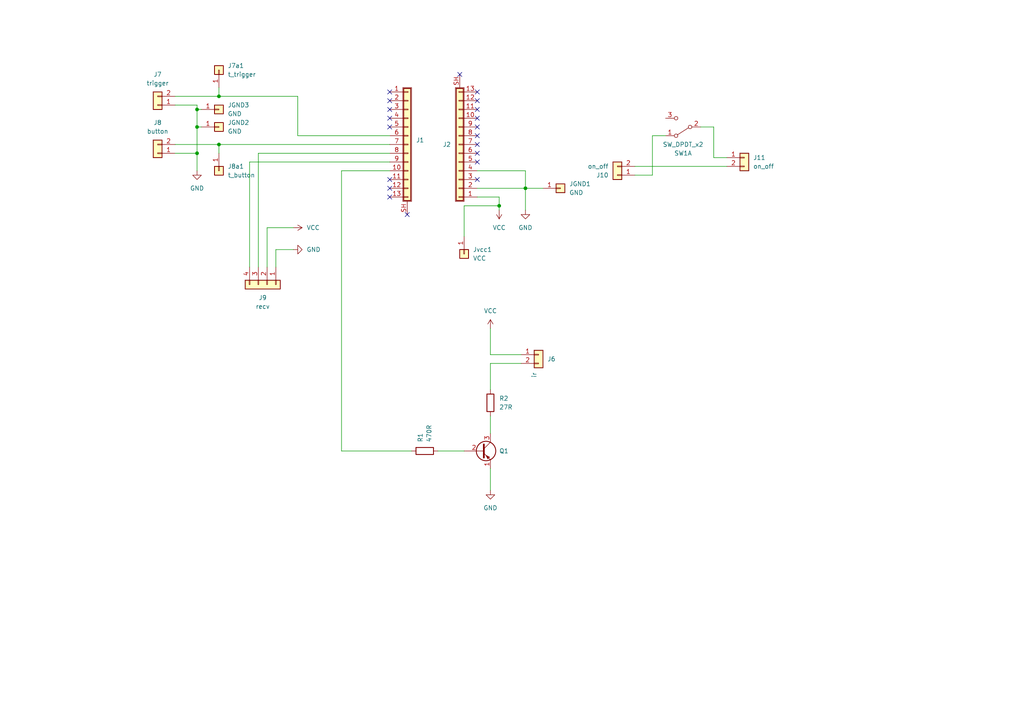
<source format=kicad_sch>
(kicad_sch (version 20211123) (generator eeschema)
  (paper "A4")
  (lib_symbols
    (symbol "Connector_Generic:Conn_01x01" (pin_names (offset 1.016) hide)
      (property "Reference" "J" (at 0 2.54 0))
      (property "Value" "Conn_01x01" (at 0 -2.54 0))
      (symbol "Conn_01x01_1_1"
        (rectangle (start -1.27 0.127) (end 0 -0.127) (stroke (width 0.1524)))
        (rectangle (start -1.27 1.27) (end 1.27 -1.27) (stroke (width 0.254)) (fill (type background)))
        (pin passive line (at -5.08 0 0) (length 3.81) (name "Pin_1") (number "1"))
      )
    )
    (symbol "Connector_Generic:Conn_01x02" (pin_names (offset 1.016) hide)
      (property "Reference" "J" (at 0 2.54 0))
      (property "Value" "Conn_01x02" (at 0 -5.08 0))
      (symbol "Conn_01x02_1_1"
        (rectangle (start -1.27 -2.413) (end 0 -2.667) (stroke (width 0.1524)))
        (rectangle (start -1.27 0.127) (end 0 -0.127) (stroke (width 0.1524)))
        (rectangle (start -1.27 1.27) (end 1.27 -3.81) (stroke (width 0.254)) (fill (type background)))
        (pin passive line (at -5.08 0 0) (length 3.81) (name "Pin_1") (number "1"))
        (pin passive line (at -5.08 -2.54 0) (length 3.81) (name "Pin_2") (number "2"))
      )
    )
    (symbol "Connector_Generic:Conn_01x04" (pin_names (offset 1.016) hide)
      (property "Reference" "J" (at 0 5.08 0))
      (property "Value" "Conn_01x04" (at 0 -7.62 0))
      (symbol "Conn_01x04_1_1"
        (rectangle (start -1.27 -4.953) (end 0 -5.207) (stroke (width 0.1524)))
        (rectangle (start -1.27 -2.413) (end 0 -2.667) (stroke (width 0.1524)))
        (rectangle (start -1.27 0.127) (end 0 -0.127) (stroke (width 0.1524)))
        (rectangle (start -1.27 2.667) (end 0 2.413) (stroke (width 0.1524)))
        (rectangle (start -1.27 3.81) (end 1.27 -6.35) (stroke (width 0.254)) (fill (type background)))
        (pin passive line (at -5.08 2.54 0) (length 3.81) (name "Pin_1") (number "1"))
        (pin passive line (at -5.08 0 0) (length 3.81) (name "Pin_2") (number "2"))
        (pin passive line (at -5.08 -2.54 0) (length 3.81) (name "Pin_3") (number "3"))
        (pin passive line (at -5.08 -5.08 0) (length 3.81) (name "Pin_4") (number "4"))
      )
    )
    (symbol "Connector_Generic_Shielded:Conn_01x13_Shielded" (pin_names (offset 1.016) hide)
      (property "Reference" "J" (at 0.254 17.526 0))
      (property "Value" "Conn_01x13_Shielded" (at 1.016 -17.526 0))
      (symbol "Conn_01x13_Shielded_1_1"
        (rectangle (start -1.27 16.51) (end 1.27 -16.51) (stroke (width 0.1524)))
        (rectangle (start -1.016 -15.113) (end 0.254 -15.367) (stroke (width 0.1524)))
        (rectangle (start -1.016 -12.573) (end 0.254 -12.827) (stroke (width 0.1524)))
        (rectangle (start -1.016 -10.033) (end 0.254 -10.287) (stroke (width 0.1524)))
        (rectangle (start -1.016 -7.493) (end 0.254 -7.747) (stroke (width 0.1524)))
        (rectangle (start -1.016 -4.953) (end 0.254 -5.207) (stroke (width 0.1524)))
        (rectangle (start -1.016 -2.413) (end 0.254 -2.667) (stroke (width 0.1524)))
        (rectangle (start -1.016 0.127) (end 0.254 -0.127) (stroke (width 0.1524)))
        (rectangle (start -1.016 2.667) (end 0.254 2.413) (stroke (width 0.1524)))
        (rectangle (start -1.016 5.207) (end 0.254 4.953) (stroke (width 0.1524)))
        (rectangle (start -1.016 7.747) (end 0.254 7.493) (stroke (width 0.1524)))
        (rectangle (start -1.016 10.287) (end 0.254 10.033) (stroke (width 0.1524)))
        (rectangle (start -1.016 12.827) (end 0.254 12.573) (stroke (width 0.1524)))
        (rectangle (start -1.016 15.367) (end 0.254 15.113) (stroke (width 0.1524)))
        (rectangle (start -1.016 16.256) (end 1.016 -16.256) (stroke (width 0.254)) (fill (type background)))
        (pin passive line (at -5.08 15.24 0) (length 4.064) (name "Pin_1") (number "1"))
        (pin passive line (at -5.08 -7.62 0) (length 4.064) (name "Pin_10") (number "10"))
        (pin passive line (at -5.08 -10.16 0) (length 4.064) (name "Pin_11") (number "11"))
        (pin passive line (at -5.08 -12.7 0) (length 4.064) (name "Pin_12") (number "12"))
        (pin passive line (at -5.08 -15.24 0) (length 4.064) (name "Pin_13") (number "13"))
        (pin passive line (at -5.08 12.7 0) (length 4.064) (name "Pin_2") (number "2"))
        (pin passive line (at -5.08 10.16 0) (length 4.064) (name "Pin_3") (number "3"))
        (pin passive line (at -5.08 7.62 0) (length 4.064) (name "Pin_4") (number "4"))
        (pin passive line (at -5.08 5.08 0) (length 4.064) (name "Pin_5") (number "5"))
        (pin passive line (at -5.08 2.54 0) (length 4.064) (name "Pin_6") (number "6"))
        (pin passive line (at -5.08 0 0) (length 4.064) (name "Pin_7") (number "7"))
        (pin passive line (at -5.08 -2.54 0) (length 4.064) (name "Pin_8") (number "8"))
        (pin passive line (at -5.08 -5.08 0) (length 4.064) (name "Pin_9") (number "9"))
        (pin passive line (at 0 -20.32 90) (length 3.81) (name "Shield") (number "SH"))
      )
    )
    (symbol "Device:R" (pin_numbers hide) (pin_names (offset 0))
      (property "Reference" "R" (at 2.032 0 90))
      (property "Value" "R" (at 0 0 90))
      (symbol "R_0_1"
        (rectangle (start -1.016 -2.54) (end 1.016 2.54) (stroke (width 0.254)))
      )
      (symbol "R_1_1"
        (pin passive line (at 0 3.81 270) (length 1.27) (name "~") (number "1"))
        (pin passive line (at 0 -3.81 90) (length 1.27) (name "~") (number "2"))
      )
    )
    (symbol "Switch:SW_DPDT_x2" (pin_names (offset 0) hide)
      (property "Reference" "SW" (at 0 4.318 0))
      (property "Value" "SW_DPDT_x2" (at 0 -5.08 0))
      (symbol "SW_DPDT_x2_0_0"
        (circle (center -2.032 0) (radius 0.508))
        (circle (center 2.032 -2.54) (radius 0.508))
      )
      (symbol "SW_DPDT_x2_0_1"
        (polyline (pts (xy -1.524 0.254) (xy 1.651 2.286)))
        (circle (center 2.032 2.54) (radius 0.508))
      )
      (symbol "SW_DPDT_x2_1_1"
        (pin passive line (at 5.08 2.54 180) (length 2.54) (name "A") (number "1"))
        (pin passive line (at -5.08 0 0) (length 2.54) (name "B") (number "2"))
        (pin passive line (at 5.08 -2.54 180) (length 2.54) (name "C") (number "3"))
      )
      (symbol "SW_DPDT_x2_2_1"
        (pin passive line (at 5.08 2.54 180) (length 2.54) (name "A") (number "4"))
        (pin passive line (at -5.08 0 0) (length 2.54) (name "B") (number "5"))
        (pin passive line (at 5.08 -2.54 180) (length 2.54) (name "C") (number "6"))
      )
    )
    (symbol "Transistor_BJT:2N3906" (pin_names (offset 0) hide)
      (property "Reference" "Q" (at 5.08 1.905 0))
      (property "Value" "2N3906" (at 5.08 0 0))
      (symbol "2N3906_0_1"
        (polyline (pts (xy 0.635 0.635) (xy 2.54 2.54)))
        (polyline (pts (xy 0.635 -0.635) (xy 2.54 -2.54) (xy 2.54 -2.54)))
        (polyline (pts (xy 0.635 1.905) (xy 0.635 -1.905) (xy 0.635 -1.905)) (stroke (width 0.508)))
        (polyline (pts (xy 2.286 -1.778) (xy 1.778 -2.286) (xy 1.27 -1.27) (xy 2.286 -1.778) (xy 2.286 -1.778)) (fill (type outline)))
        (circle (center 1.27 0) (radius 2.8194) (stroke (width 0.254)))
      )
      (symbol "2N3906_1_1"
        (pin passive line (at 2.54 -5.08 90) (length 2.54) (name "E") (number "1"))
        (pin input line (at -5.08 0 0) (length 5.715) (name "B") (number "2"))
        (pin passive line (at 2.54 5.08 270) (length 2.54) (name "C") (number "3"))
      )
    )
    (symbol "power:GND" (power) (pin_names (offset 0))
      (property "Value" "GND" (at 0 -3.81 0))
      (symbol "GND_0_1"
        (polyline (pts (xy 0 0) (xy 0 -1.27) (xy 1.27 -1.27) (xy 0 -2.54) (xy -1.27 -1.27) (xy 0 -1.27)))
      )
      (symbol "GND_1_1"
        (pin power_in line (at 0 0 270) (length 0) hide (name "GND") (number "1"))
      )
    )
    (symbol "power:VCC" (power) (pin_names (offset 0))
      (property "Value" "VCC" (at 0 3.81 0))
      (symbol "VCC_0_1"
        (polyline (pts (xy -0.762 1.27) (xy 0 2.54)))
        (polyline (pts (xy 0 0) (xy 0 2.54)))
        (polyline (pts (xy 0 2.54) (xy 0.762 1.27)))
      )
      (symbol "VCC_1_1"
        (pin power_in line (at 0 0 90) (length 0) hide (name "VCC") (number "1"))
      )
    )
  )
  (junction (at 63.5 41.91))
  (junction (at 63.5 27.94))
  (junction (at 57.15 31.75))
  (junction (at 57.15 44.45))
  (junction (at 57.15 36.83))
  (junction (at 152.4 54.61))
  (junction (at 144.78 59.69))
  (no_connect (at 138.43 52.07))
  (no_connect (at 138.43 34.29))
  (no_connect (at 113.03 57.15))
  (no_connect (at 133.35 21.59))
  (no_connect (at 113.03 36.83))
  (no_connect (at 138.43 46.99))
  (no_connect (at 113.03 54.61))
  (no_connect (at 113.03 31.75))
  (no_connect (at 138.43 26.67))
  (no_connect (at 113.03 29.21))
  (no_connect (at 113.03 26.67))
  (no_connect (at 113.03 52.07))
  (no_connect (at 138.43 41.91))
  (no_connect (at 138.43 31.75))
  (no_connect (at 138.43 29.21))
  (no_connect (at 138.43 39.37))
  (no_connect (at 138.43 36.83))
  (no_connect (at 118.11 62.23))
  (no_connect (at 113.03 34.29))
  (no_connect (at 138.43 44.45))
  (wire (pts (xy 144.78 59.69) (xy 144.78 60.96)))
  (wire (pts (xy 63.5 41.91) (xy 63.5 44.45)))
  (wire (pts (xy 138.43 57.15) (xy 144.78 57.15)))
  (wire (pts (xy 144.78 57.15) (xy 144.78 59.69)))
  (wire (pts (xy 142.24 135.89) (xy 142.24 142.24)))
  (wire (pts (xy 134.62 59.69) (xy 144.78 59.69)))
  (wire (pts (xy 57.15 30.48) (xy 57.15 31.75)))
  (wire (pts (xy 207.01 36.83) (xy 207.01 45.72)))
  (wire (pts (xy 152.4 54.61) (xy 152.4 60.96)))
  (wire (pts (xy 77.47 66.04) (xy 85.09 66.04)))
  (wire (pts (xy 80.01 77.47) (xy 80.01 72.39)))
  (wire (pts (xy 63.5 27.94) (xy 86.36 27.94)))
  (wire (pts (xy 99.06 49.53) (xy 99.06 130.81)))
  (wire (pts (xy 50.8 41.91) (xy 63.5 41.91)))
  (wire (pts (xy 127 130.81) (xy 134.62 130.81)))
  (wire (pts (xy 50.8 30.48) (xy 57.15 30.48)))
  (wire (pts (xy 119.38 130.81) (xy 99.06 130.81)))
  (wire (pts (xy 63.5 25.4) (xy 63.5 27.94)))
  (wire (pts (xy 152.4 49.53) (xy 152.4 54.61)))
  (wire (pts (xy 134.62 68.58) (xy 134.62 59.69)))
  (wire (pts (xy 50.8 44.45) (xy 57.15 44.45)))
  (wire (pts (xy 142.24 102.87) (xy 142.24 95.25)))
  (wire (pts (xy 184.15 48.26) (xy 210.82 48.26)))
  (wire (pts (xy 152.4 54.61) (xy 157.48 54.61)))
  (wire (pts (xy 189.23 50.8) (xy 189.23 39.37)))
  (wire (pts (xy 142.24 120.65) (xy 142.24 125.73)))
  (wire (pts (xy 57.15 36.83) (xy 58.42 36.83)))
  (wire (pts (xy 63.5 41.91) (xy 113.03 41.91)))
  (wire (pts (xy 72.39 46.99) (xy 72.39 77.47)))
  (wire (pts (xy 184.15 50.8) (xy 189.23 50.8)))
  (wire (pts (xy 80.01 72.39) (xy 85.09 72.39)))
  (wire (pts (xy 86.36 39.37) (xy 86.36 27.94)))
  (wire (pts (xy 50.8 27.94) (xy 63.5 27.94)))
  (wire (pts (xy 142.24 113.03) (xy 142.24 105.41)))
  (wire (pts (xy 86.36 39.37) (xy 113.03 39.37)))
  (wire (pts (xy 99.06 49.53) (xy 113.03 49.53)))
  (wire (pts (xy 77.47 77.47) (xy 77.47 66.04)))
  (wire (pts (xy 142.24 105.41) (xy 151.13 105.41)))
  (wire (pts (xy 203.2 36.83) (xy 207.01 36.83)))
  (wire (pts (xy 57.15 36.83) (xy 57.15 44.45)))
  (wire (pts (xy 113.03 46.99) (xy 72.39 46.99)))
  (wire (pts (xy 57.15 44.45) (xy 57.15 49.53)))
  (wire (pts (xy 189.23 39.37) (xy 193.04 39.37)))
  (wire (pts (xy 113.03 44.45) (xy 74.93 44.45)))
  (wire (pts (xy 57.15 31.75) (xy 58.42 31.75)))
  (wire (pts (xy 138.43 54.61) (xy 152.4 54.61)))
  (wire (pts (xy 57.15 31.75) (xy 57.15 36.83)))
  (wire (pts (xy 74.93 44.45) (xy 74.93 77.47)))
  (wire (pts (xy 151.13 102.87) (xy 142.24 102.87)))
  (wire (pts (xy 138.43 49.53) (xy 152.4 49.53)))
  (wire (pts (xy 207.01 45.72) (xy 210.82 45.72)))
  (symbol (lib_id "power:GND") (at 57.15 49.53 0) (unit 1)
    (property "Reference" "#PWR0107" (effects hide))
    (property "Value" "GND" (at 57.15 54.61 0))
  )
  (symbol (lib_id "Connector_Generic:Conn_01x02") (at 156.21 102.87 0) (unit 1)
    (property "Reference" "J6" (at 158.75 104.1399 0) (effects (justify left)))
    (property "Value" "ir" (at 154.9401 107.95 90) (effects (justify right)))
    (property "Footprint" "TestPoint:TestPoint_Bridge_Pitch2.54mm_Drill1.0mm" (effects hide))
  )
  (symbol (lib_id "Connector_Generic_Shielded:Conn_01x13_Shielded") (at 133.35 41.91 180) (unit 1)
    (property "Reference" "J2" (at 130.81 41.9099 0) (effects (justify left)))
    (property "Value" "Conn_01x13_Shielded" (effects hide))
    (property "Footprint" "Connector_PinSocket_2.54mm:PinSocket_1x13_P2.54mm_Vertical" (effects hide))
  )
  (symbol (lib_id "power:VCC") (at 142.24 95.25 0) (unit 1)
    (property "Reference" "#PWR0102" (effects hide))
    (property "Value" "VCC" (at 142.24 90.17 0))
  )
  (symbol (lib_id "power:GND") (at 142.24 142.24 0) (unit 1)
    (property "Reference" "#PWR0101" (effects hide))
    (property "Value" "GND" (at 142.24 147.32 0))
  )
  (symbol (lib_id "Connector_Generic:Conn_01x01") (at 63.5 20.32 90) (unit 1)
    (property "Reference" "J7a1" (at 66.04 19.0499 90) (effects (justify right)))
    (property "Value" "t_trigger" (at 66.04 21.5899 90) (effects (justify right)))
    (property "Footprint" "TestPoint:TestPoint_Pad_2.5x2.5mm" (effects hide))
  )
  (symbol (lib_id "power:GND") (at 152.4 60.96 0) (unit 1)
    (property "Reference" "#PWR0103" (effects hide))
    (property "Value" "GND" (at 152.4 66.04 0))
  )
  (symbol (lib_id "Connector_Generic:Conn_01x02") (at 45.72 30.48 180) (unit 1)
    (property "Reference" "J7" (at 45.72 21.59 0))
    (property "Value" "trigger" (at 45.72 24.13 0))
    (property "Footprint" "TestPoint:TestPoint_Bridge_Pitch2.54mm_Drill1.0mm" (effects hide))
  )
  (symbol (lib_id "Connector_Generic_Shielded:Conn_01x13_Shielded") (at 118.11 41.91 0) (unit 1)
    (property "Reference" "J1" (at 120.65 40.6399 0) (effects (justify left)))
    (property "Value" "Conn_01x13_Shielded" (effects hide))
    (property "Footprint" "Connector_PinSocket_2.54mm:PinSocket_1x13_P2.54mm_Vertical" (effects hide))
  )
  (symbol (lib_id "Connector_Generic:Conn_01x04") (at 77.47 82.55 270) (unit 1)
    (property "Reference" "J9" (at 76.2 86.36 90))
    (property "Value" "recv" (at 76.2 88.9 90))
    (property "Footprint" "Connector_PinSocket_2.54mm:PinSocket_1x04_P2.54mm_Vertical" (effects hide))
  )
  (symbol (lib_id "power:VCC") (at 85.09 66.04 270) (unit 1)
    (property "Reference" "#PWR0105" (effects hide))
    (property "Value" "VCC" (at 88.9 66.0401 90) (effects (justify left)))
  )
  (symbol (lib_id "power:VCC") (at 144.78 60.96 180) (unit 1)
    (property "Reference" "#PWR0104" (effects hide))
    (property "Value" "VCC" (at 144.78 66.04 0))
  )
  (symbol (lib_id "Switch:SW_DPDT_x2") (at 198.12 36.83 180) (unit 1)
    (property "Reference" "SW1" (at 198.12 44.45 0))
    (property "Value" "SW_DPDT_x2" (at 198.12 41.91 0))
    (property "Footprint" "Connector_PinSocket_2.54mm:PinSocket_1x03_P2.54mm_Vertical" (effects hide))
  )
  (symbol (lib_id "Connector_Generic:Conn_01x01") (at 63.5 31.75 0) (unit 1)
    (property "Reference" "JGND3" (at 66.04 30.4799 0) (effects (justify left)))
    (property "Value" "GND" (at 66.04 33.0199 0) (effects (justify left)))
    (property "Footprint" "TestPoint:TestPoint_Pad_2.5x2.5mm" (effects hide))
  )
  (symbol (lib_id "Connector_Generic:Conn_01x02") (at 179.07 50.8 180) (unit 1)
    (property "Reference" "J10" (at 176.53 50.8001 0) (effects (justify left)))
    (property "Value" "on_off" (at 176.53 48.2601 0) (effects (justify left)))
    (property "Footprint" "TestPoint:TestPoint_Bridge_Pitch2.54mm_Drill1.0mm" (effects hide))
  )
  (symbol (lib_id "Connector_Generic:Conn_01x01") (at 162.56 54.61 0) (unit 1)
    (property "Reference" "JGND1" (at 165.1 53.3399 0) (effects (justify left)))
    (property "Value" "GND" (at 165.1 55.8799 0) (effects (justify left)))
    (property "Footprint" "TestPoint:TestPoint_Pad_2.5x2.5mm" (effects hide))
  )
  (symbol (lib_id "Device:R") (at 142.24 116.84 0) (unit 1)
    (property "Reference" "R2" (at 144.78 115.5699 0) (effects (justify left)))
    (property "Value" "27R" (at 144.78 118.1099 0) (effects (justify left)))
    (property "Footprint" "Resistor_THT:R_Axial_DIN0207_L6.3mm_D2.5mm_P10.16mm_Horizontal" (effects hide))
  )
  (symbol (lib_id "Connector_Generic:Conn_01x02") (at 215.9 45.72 0) (unit 1)
    (property "Reference" "J11" (at 218.44 45.7199 0) (effects (justify left)))
    (property "Value" "on_off" (at 218.44 48.2599 0) (effects (justify left)))
    (property "Footprint" "TestPoint:TestPoint_Bridge_Pitch2.54mm_Drill1.0mm" (effects hide))
  )
  (symbol (lib_id "Connector_Generic:Conn_01x01") (at 134.62 73.66 270) (unit 1)
    (property "Reference" "Jvcc1" (at 137.16 72.3899 90) (effects (justify left)))
    (property "Value" "VCC" (at 137.16 74.9299 90) (effects (justify left)))
    (property "Footprint" "TestPoint:TestPoint_Pad_2.5x2.5mm" (effects hide))
  )
  (symbol (lib_id "power:GND") (at 85.09 72.39 90) (unit 1)
    (property "Reference" "#PWR0106" (effects hide))
    (property "Value" "GND" (at 88.9 72.3899 90) (effects (justify right)))
  )
  (symbol (lib_id "Connector_Generic:Conn_01x02") (at 45.72 44.45 180) (unit 1)
    (property "Reference" "J8" (at 45.72 35.56 0))
    (property "Value" "button" (at 45.72 38.1 0))
    (property "Footprint" "TestPoint:TestPoint_Bridge_Pitch2.54mm_Drill1.0mm" (effects hide))
  )
  (symbol (lib_id "Transistor_BJT:2N3906") (at 139.7 130.81 0) (unit 1)
    (property "Reference" "Q1" (at 144.78 130.8099 0) (effects (justify left)))
    (property "Value" "2N3906" (effects hide))
    (property "Footprint" "Package_TO_SOT_THT:TO-92_Inline" (effects hide))
    (property "Datasheet" "https://www.onsemi.com/pub/Collateral/2N3906-D.PDF" (effects hide))
  )
  (symbol (lib_id "Connector_Generic:Conn_01x01") (at 63.5 36.83 0) (unit 1)
    (property "Reference" "JGND2" (at 66.04 35.5599 0) (effects (justify left)))
    (property "Value" "GND" (at 66.04 38.0999 0) (effects (justify left)))
    (property "Footprint" "TestPoint:TestPoint_Pad_2.5x2.5mm" (effects hide))
  )
  (symbol (lib_id "Connector_Generic:Conn_01x01") (at 63.5 49.53 270) (unit 1)
    (property "Reference" "J8a1" (at 66.04 48.2599 90) (effects (justify left)))
    (property "Value" "t_button" (at 66.04 50.7999 90) (effects (justify left)))
    (property "Footprint" "TestPoint:TestPoint_Pad_2.5x2.5mm" (effects hide))
  )
  (symbol (lib_id "Device:R") (at 123.19 130.81 90) (unit 1)
    (property "Reference" "R1" (at 121.9199 128.27 0) (effects (justify left)))
    (property "Value" "470R" (at 124.4599 128.27 0) (effects (justify left)))
    (property "Footprint" "Resistor_THT:R_Axial_DIN0207_L6.3mm_D2.5mm_P10.16mm_Horizontal" (effects hide))
  )
)
</source>
